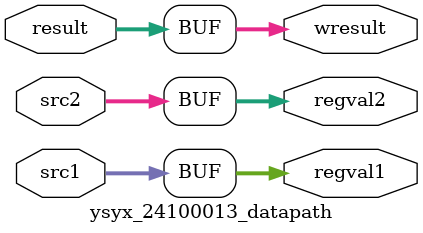
<source format=v>
module ysyx_24100013_datapath (
    input [31:0] src1,
    input [31:0] src2,
    input [31:0] result,
    output [31:0] regval1,
    output [31:0] regval2,
    output [31:0] wresult
);
    assign regval1 = src1;
    assign regval2 = src2;
    assign wresult = result;

endmodule

</source>
